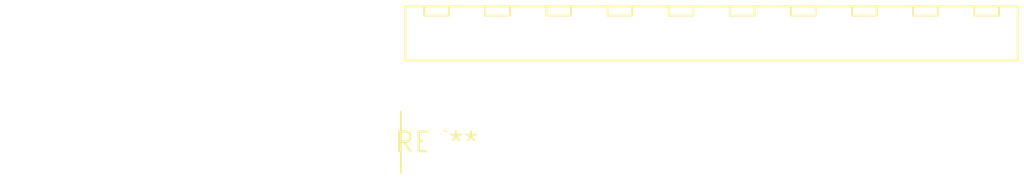
<source format=kicad_pcb>
(kicad_pcb (version 20240108) (generator pcbnew)
  (layers (0 "F.Cu" signal) (31 "B.Cu" signal) (34 "B.Paste" user) (35 "F.Paste" user) (36 "B.SilkS" user "B.Silkscreen") (37 "F.SilkS" user "F.Silkscreen") (38 "B.Mask" user) (39 "F.Mask" user) (44 "Edge.Cuts" user))
  (net 0 "")
  (footprint "Molex_KK-396_A-41792-0010_1x10_P3.96mm_Horizontal" (layer "F.Cu") (at 0 0)
    (property "Reference" "REF**")
    (property "Value" "Molex_KK-396_A-41792-0010_1x10_P3.96mm_Horizontal")
    (fp_line (start -2.305 -2) (end -2.305 2) (layer "F.SilkS") (stroke (width 0.12)))
    (fp_line (start -2.015 -8.82) (end 37.655 -8.82) (layer "F.SilkS") (stroke (width 0.12)))
    (fp_line (start -2.015 -5.3) (end -2.015 -8.82) (layer "F.SilkS") (stroke (width 0.12)))
    (fp_line (start -0.8 -8.82) (end -0.8 -8.22) (layer "F.SilkS") (stroke (width 0.12)))
    (fp_line (start -0.8 -8.22) (end 0.8 -8.22) (layer "F.SilkS") (stroke (width 0.12)))
    (fp_line (start 0.8 -8.22) (end 0.8 -8.82) (layer "F.SilkS") (stroke (width 0.12)))
    (fp_line (start 3.16 -8.82) (end 3.16 -8.22) (layer "F.SilkS") (stroke (width 0.12)))
    (fp_line (start 3.16 -8.22) (end 4.76 -8.22) (layer "F.SilkS") (stroke (width 0.12)))
    (fp_line (start 4.76 -8.22) (end 4.76 -8.82) (layer "F.SilkS") (stroke (width 0.12)))
    (fp_line (start 7.12 -8.82) (end 7.12 -8.22) (layer "F.SilkS") (stroke (width 0.12)))
    (fp_line (start 7.12 -8.22) (end 8.72 -8.22) (layer "F.SilkS") (stroke (width 0.12)))
    (fp_line (start 8.72 -8.22) (end 8.72 -8.82) (layer "F.SilkS") (stroke (width 0.12)))
    (fp_line (start 11.08 -8.82) (end 11.08 -8.22) (layer "F.SilkS") (stroke (width 0.12)))
    (fp_line (start 11.08 -8.22) (end 12.68 -8.22) (layer "F.SilkS") (stroke (width 0.12)))
    (fp_line (start 12.68 -8.22) (end 12.68 -8.82) (layer "F.SilkS") (stroke (width 0.12)))
    (fp_line (start 15.04 -8.82) (end 15.04 -8.22) (layer "F.SilkS") (stroke (width 0.12)))
    (fp_line (start 15.04 -8.22) (end 16.64 -8.22) (layer "F.SilkS") (stroke (width 0.12)))
    (fp_line (start 16.64 -8.22) (end 16.64 -8.82) (layer "F.SilkS") (stroke (width 0.12)))
    (fp_line (start 19 -8.82) (end 19 -8.22) (layer "F.SilkS") (stroke (width 0.12)))
    (fp_line (start 19 -8.22) (end 20.6 -8.22) (layer "F.SilkS") (stroke (width 0.12)))
    (fp_line (start 20.6 -8.22) (end 20.6 -8.82) (layer "F.SilkS") (stroke (width 0.12)))
    (fp_line (start 22.96 -8.82) (end 22.96 -8.22) (layer "F.SilkS") (stroke (width 0.12)))
    (fp_line (start 22.96 -8.22) (end 24.56 -8.22) (layer "F.SilkS") (stroke (width 0.12)))
    (fp_line (start 24.56 -8.22) (end 24.56 -8.82) (layer "F.SilkS") (stroke (width 0.12)))
    (fp_line (start 26.92 -8.82) (end 26.92 -8.22) (layer "F.SilkS") (stroke (width 0.12)))
    (fp_line (start 26.92 -8.22) (end 28.52 -8.22) (layer "F.SilkS") (stroke (width 0.12)))
    (fp_line (start 28.52 -8.22) (end 28.52 -8.82) (layer "F.SilkS") (stroke (width 0.12)))
    (fp_line (start 30.88 -8.82) (end 30.88 -8.22) (layer "F.SilkS") (stroke (width 0.12)))
    (fp_line (start 30.88 -8.22) (end 32.48 -8.22) (layer "F.SilkS") (stroke (width 0.12)))
    (fp_line (start 32.48 -8.22) (end 32.48 -8.82) (layer "F.SilkS") (stroke (width 0.12)))
    (fp_line (start 34.84 -8.82) (end 34.84 -8.22) (layer "F.SilkS") (stroke (width 0.12)))
    (fp_line (start 34.84 -8.22) (end 36.44 -8.22) (layer "F.SilkS") (stroke (width 0.12)))
    (fp_line (start 36.44 -8.22) (end 36.44 -8.82) (layer "F.SilkS") (stroke (width 0.12)))
    (fp_line (start 37.655 -8.82) (end 37.655 -5.3) (layer "F.SilkS") (stroke (width 0.12)))
    (fp_line (start 37.655 -5.3) (end -2.015 -5.3) (layer "F.SilkS") (stroke (width 0.12)))
    (pad "1" thru_hole roundrect (at 0 0) (size 3.16 4.1) (drill 1.7) (layers *.Cu *.Mask) (remove_unused_layers) (roundrect_rratio 0.079114))
    (pad "2" thru_hole oval (at 3.96 0) (size 3.16 4.1) (drill 1.7) (layers *.Cu *.Mask) (remove_unused_layers))
    (pad "3" thru_hole oval (at 7.92 0) (size 3.16 4.1) (drill 1.7) (layers *.Cu *.Mask) (remove_unused_layers))
    (pad "4" thru_hole oval (at 11.88 0) (size 3.16 4.1) (drill 1.7) (layers *.Cu *.Mask) (remove_unused_layers))
    (pad "5" thru_hole oval (at 15.84 0) (size 3.16 4.1) (drill 1.7) (layers *.Cu *.Mask) (remove_unused_layers))
    (pad "6" thru_hole oval (at 19.8 0) (size 3.16 4.1) (drill 1.7) (layers *.Cu *.Mask) (remove_unused_layers))
    (pad "7" thru_hole oval (at 23.76 0) (size 3.16 4.1) (drill 1.7) (layers *.Cu *.Mask) (remove_unused_layers))
    (pad "8" thru_hole oval (at 27.72 0) (size 3.16 4.1) (drill 1.7) (layers *.Cu *.Mask) (remove_unused_layers))
    (pad "9" thru_hole oval (at 31.68 0) (size 3.16 4.1) (drill 1.7) (layers *.Cu *.Mask) (remove_unused_layers))
    (pad "10" thru_hole oval (at 35.64 0) (size 3.16 4.1) (drill 1.7) (layers *.Cu *.Mask) (remove_unused_layers))
  )
)
</source>
